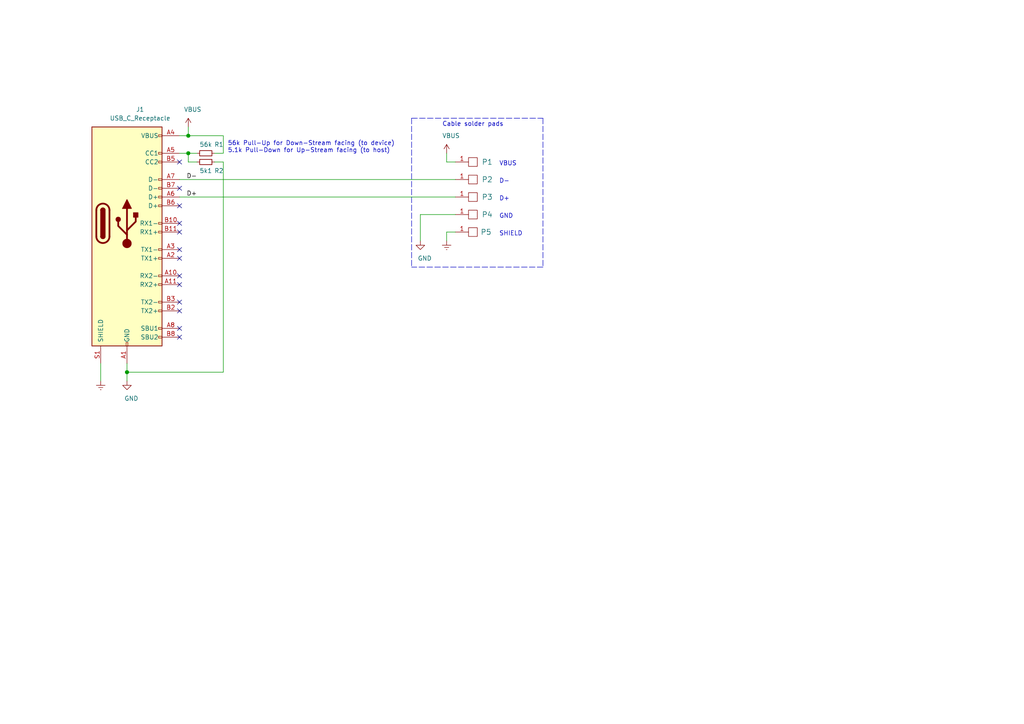
<source format=kicad_sch>
(kicad_sch (version 20201015) (generator eeschema)
  (page 1 1)
  (paper "A4")
  (lib_symbols
    (symbol "Connector:USB_C_Receptacle" (pin_names (offset 1.016))
      (property "Reference" "J" (at -10.16 29.21 0))
      (property "Value" "USB_C_Receptacle" (at 10.16 29.21 0))
      (symbol "USB_C_Receptacle_0_1"
        (arc (start -8.89 -3.81) (end -5.08 -3.81) (radius (at -6.985 -3.81) (length 1.905) (angles -179.9 -0.1)) (stroke (width 0.508)))
        (arc (start -7.62 -3.81) (end -6.35 -3.81) (radius (at -6.985 -3.81) (length 0.635) (angles -179.9 -0.1)) (stroke (width 0.254)))
        (arc (start -7.62 -3.81) (end -6.35 -3.81) (radius (at -6.985 -3.81) (length 0.635) (angles -179.9 -0.1)) (stroke (width 0.254)) (fill (type outline)))
        (arc (start -6.35 3.81) (end -7.62 3.81) (radius (at -6.985 3.81) (length 0.635) (angles 0.1 179.9)) (stroke (width 0.254)) (fill (type outline)))
        (arc (start -6.35 3.81) (end -7.62 3.81) (radius (at -6.985 3.81) (length 0.635) (angles 0.1 179.9)) (stroke (width 0.254)))
        (arc (start -5.08 3.81) (end -8.89 3.81) (radius (at -6.985 3.81) (length 1.905) (angles 0.1 179.9)) (stroke (width 0.508)))
        (rectangle (start -10.16 27.94) (end 10.16 -35.56) (stroke (width 0.254)) (fill (type background)))
        (rectangle (start -7.62 -3.81) (end -6.35 3.81) (stroke (width 0.254)) (fill (type outline)))
        (polyline (pts (xy -8.89 -3.81) (xy -8.89 3.81)) (stroke (width 0.508)))
        (polyline (pts (xy -5.08 3.81) (xy -5.08 -3.81)) (stroke (width 0.508)))
      )
      (symbol "USB_C_Receptacle_1_1"
        (circle (center -2.54 1.143) (radius 0.635) (stroke (width 0.254)) (fill (type outline)))
        (circle (center 0 -5.842) (radius 1.27) (fill (type outline)))
        (rectangle (start 1.905 1.778) (end 3.175 3.048) (stroke (width 0.254)) (fill (type outline)))
        (polyline (pts (xy 0 -5.842) (xy 0 4.318)) (stroke (width 0.508)))
        (polyline (pts (xy 0 -3.302) (xy -2.54 -0.762) (xy -2.54 0.508)) (stroke (width 0.508)))
        (polyline (pts (xy 0 -2.032) (xy 2.54 0.508) (xy 2.54 1.778)) (stroke (width 0.508)))
        (polyline (pts (xy -1.27 4.318) (xy 0 6.858) (xy 1.27 4.318) (xy -1.27 4.318)) (stroke (width 0.254)) (fill (type outline)))
        (pin passive line (at 0 -40.64 90) (length 5.08) (name "GND") (number "A1"))
        (pin bidirectional line (at 15.24 -15.24 180) (length 5.08) (name "RX2-") (number "A10"))
        (pin bidirectional line (at 15.24 -17.78 180) (length 5.08) (name "RX2+") (number "A11"))
        (pin passive line (at 0 -40.64 90) (length 5.08) hide (name "GND") (number "A12"))
        (pin bidirectional line (at 15.24 -10.16 180) (length 5.08) (name "TX1+") (number "A2"))
        (pin bidirectional line (at 15.24 -7.62 180) (length 5.08) (name "TX1-") (number "A3"))
        (pin passive line (at 15.24 25.4 180) (length 5.08) (name "VBUS") (number "A4"))
        (pin bidirectional line (at 15.24 20.32 180) (length 5.08) (name "CC1") (number "A5"))
        (pin bidirectional line (at 15.24 7.62 180) (length 5.08) (name "D+") (number "A6"))
        (pin bidirectional line (at 15.24 12.7 180) (length 5.08) (name "D-") (number "A7"))
        (pin bidirectional line (at 15.24 -30.48 180) (length 5.08) (name "SBU1") (number "A8"))
        (pin passive line (at 15.24 25.4 180) (length 5.08) hide (name "VBUS") (number "A9"))
        (pin passive line (at 0 -40.64 90) (length 5.08) hide (name "GND") (number "B1"))
        (pin bidirectional line (at 15.24 0 180) (length 5.08) (name "RX1-") (number "B10"))
        (pin bidirectional line (at 15.24 -2.54 180) (length 5.08) (name "RX1+") (number "B11"))
        (pin passive line (at 0 -40.64 90) (length 5.08) hide (name "GND") (number "B12"))
        (pin bidirectional line (at 15.24 -25.4 180) (length 5.08) (name "TX2+") (number "B2"))
        (pin bidirectional line (at 15.24 -22.86 180) (length 5.08) (name "TX2-") (number "B3"))
        (pin passive line (at 15.24 25.4 180) (length 5.08) hide (name "VBUS") (number "B4"))
        (pin bidirectional line (at 15.24 17.78 180) (length 5.08) (name "CC2") (number "B5"))
        (pin bidirectional line (at 15.24 5.08 180) (length 5.08) (name "D+") (number "B6"))
        (pin bidirectional line (at 15.24 10.16 180) (length 5.08) (name "D-") (number "B7"))
        (pin bidirectional line (at 15.24 -33.02 180) (length 5.08) (name "SBU2") (number "B8"))
        (pin passive line (at 15.24 25.4 180) (length 5.08) hide (name "VBUS") (number "B9"))
        (pin passive line (at -7.62 -40.64 90) (length 5.08) (name "SHIELD") (number "S1"))
      )
      (symbol "USB_C_Receptacle_0_0"
        (rectangle (start -0.254 -35.56) (end 0.254 -34.544))
        (rectangle (start 10.16 -32.766) (end 9.144 -33.274))
        (rectangle (start 10.16 -30.226) (end 9.144 -30.734))
        (rectangle (start 10.16 -25.146) (end 9.144 -25.654))
        (rectangle (start 10.16 -22.606) (end 9.144 -23.114))
        (rectangle (start 10.16 -17.526) (end 9.144 -18.034))
        (rectangle (start 10.16 -14.986) (end 9.144 -15.494))
        (rectangle (start 10.16 -9.906) (end 9.144 -10.414))
        (rectangle (start 10.16 -7.366) (end 9.144 -7.874))
        (rectangle (start 10.16 -2.286) (end 9.144 -2.794))
        (rectangle (start 10.16 0.254) (end 9.144 -0.254))
        (rectangle (start 10.16 5.334) (end 9.144 4.826))
        (rectangle (start 10.16 7.874) (end 9.144 7.366))
        (rectangle (start 10.16 10.414) (end 9.144 9.906))
        (rectangle (start 10.16 12.954) (end 9.144 12.446))
        (rectangle (start 10.16 18.034) (end 9.144 17.526))
        (rectangle (start 10.16 20.574) (end 9.144 20.066))
        (rectangle (start 10.16 25.654) (end 9.144 25.146))
      )
    )
    (symbol "pkl_device:pkl_R_Small" (pin_numbers hide) (pin_names (offset 0.254) hide)
      (property "Reference" "R" (at 0.762 0.508 0))
      (property "Value" "pkl_R_Small" (at 0.762 -1.016 0))
      (symbol "pkl_R_Small_0_1"
        (rectangle (start -0.762 1.778) (end 0.762 -1.778) (stroke (width 0.2032)))
      )
      (symbol "pkl_R_Small_1_1"
        (pin passive line (at 0 2.54 270) (length 0.762) (name "~") (number "1"))
        (pin passive line (at 0 -2.54 90) (length 0.762) (name "~") (number "2"))
      )
    )
    (symbol "pkl_misc:PAD_SMD" (pin_names (offset 1.016) hide)
      (property "Reference" "P" (at 0 -3.81 0))
      (property "Value" "PAD_SMD" (at 0 3.81 0))
      (symbol "PAD_SMD_0_1"
        (rectangle (start -1.27 1.27) (end 1.27 -1.27))
      )
      (symbol "PAD_SMD_1_1"
        (pin input line (at -5.08 0 0) (length 3.81) (name "PAD") (number "1"))
      )
    )
    (symbol "power:Earth" (power) (pin_names (offset 0))
      (symbol "Earth_0_1"
        (polyline (pts (xy -0.635 -1.905) (xy 0.635 -1.905)))
        (polyline (pts (xy -0.127 -2.54) (xy 0.127 -2.54)))
        (polyline (pts (xy 0 -1.27) (xy 0 0)))
        (polyline (pts (xy 1.27 -1.27) (xy -1.27 -1.27)))
      )
      (symbol "Earth_1_1"
        (pin power_in line (at 0 0 270) (length 0) hide (name "Earth") (number "1"))
      )
    )
    (symbol "power:GND" (power) (pin_names (offset 0))
      (property "Value" "GND" (at 0 -3.81 0))
      (symbol "GND_0_1"
        (polyline (pts (xy 0 0) (xy 0 -1.27) (xy 1.27 -1.27) (xy 0 -2.54) (xy -1.27 -1.27) (xy 0 -1.27)))
      )
      (symbol "GND_1_1"
        (pin power_in line (at 0 0 270) (length 0) hide (name "GND") (number "1"))
      )
    )
    (symbol "power:VBUS" (power) (pin_names (offset 0))
      (property "Value" "VBUS" (at 0 3.81 0))
      (symbol "VBUS_0_1"
        (polyline (pts (xy -0.762 1.27) (xy 0 2.54)))
        (polyline (pts (xy 0 0) (xy 0 2.54)))
        (polyline (pts (xy 0 2.54) (xy 0.762 1.27)))
      )
      (symbol "VBUS_1_1"
        (pin power_in line (at 0 0 90) (length 0) hide (name "VBUS") (number "1"))
      )
    )
  )
  (junction (at 36.83 107.95) (diameter 1.016))
  (junction (at 54.61 39.37) (diameter 1.016))
  (junction (at 54.61 44.45) (diameter 1.016))
  (no_connect (at 52.07 74.93))
  (no_connect (at 52.07 90.17))
  (no_connect (at 52.07 46.99))
  (no_connect (at 52.07 95.25))
  (no_connect (at 52.07 80.01))
  (no_connect (at 52.07 54.61))
  (no_connect (at 52.07 59.69))
  (no_connect (at 52.07 64.77))
  (no_connect (at 52.07 72.39))
  (no_connect (at 52.07 67.31))
  (no_connect (at 52.07 97.79))
  (no_connect (at 52.07 82.55))
  (no_connect (at 52.07 87.63))
  (wire (pts (xy 29.21 110.49) (xy 29.21 105.41)))
  (wire (pts (xy 36.83 107.95) (xy 36.83 105.41)))
  (wire (pts (xy 36.83 107.95) (xy 64.77 107.95)))
  (wire (pts (xy 36.83 110.49) (xy 36.83 107.95)))
  (wire (pts (xy 52.07 39.37) (xy 54.61 39.37)))
  (wire (pts (xy 52.07 44.45) (xy 54.61 44.45)))
  (wire (pts (xy 52.07 52.07) (xy 132.08 52.07)))
  (wire (pts (xy 52.07 57.15) (xy 132.08 57.15)))
  (wire (pts (xy 54.61 39.37) (xy 54.61 36.83)))
  (wire (pts (xy 54.61 39.37) (xy 64.77 39.37)))
  (wire (pts (xy 54.61 44.45) (xy 57.15 44.45)))
  (wire (pts (xy 54.61 46.99) (xy 54.61 44.45)))
  (wire (pts (xy 57.15 46.99) (xy 54.61 46.99)))
  (wire (pts (xy 62.23 44.45) (xy 64.77 44.45)))
  (wire (pts (xy 64.77 44.45) (xy 64.77 39.37)))
  (wire (pts (xy 64.77 46.99) (xy 62.23 46.99)))
  (wire (pts (xy 64.77 107.95) (xy 64.77 46.99)))
  (wire (pts (xy 121.92 62.23) (xy 121.92 69.85)))
  (wire (pts (xy 121.92 62.23) (xy 132.08 62.23)))
  (wire (pts (xy 129.54 46.99) (xy 129.54 44.45)))
  (wire (pts (xy 129.54 67.31) (xy 129.54 69.85)))
  (wire (pts (xy 129.54 67.31) (xy 132.08 67.31)))
  (wire (pts (xy 132.08 46.99) (xy 129.54 46.99)))
  (polyline (pts (xy 119.38 34.29) (xy 119.38 77.47)) (stroke (width 0) (type dash)))
  (polyline (pts (xy 119.38 34.29) (xy 157.48 34.29)) (stroke (width 0) (type dash)))
  (polyline (pts (xy 157.48 34.29) (xy 157.48 77.47)) (stroke (width 0) (type dash)))
  (polyline (pts (xy 157.48 77.47) (xy 119.38 77.47)) (stroke (width 0) (type dash)))
  (text "56k Pull-Up for Down-Stream facing (to device)\n5.1k Pull-Down for Up-Stream facing (to host)" (at 66.04 44.45 0) (effects (font (size 1.27 1.27)) (justify left bottom)))
  (text "Cable solder pads" (at 128.27 36.83 0) (effects (font (size 1.27 1.27)) (justify left bottom)))
  (text "VBUS" (at 144.78 48.26 0) (effects (font (size 1.27 1.27)) (justify left bottom)))
  (text "D-" (at 144.78 53.34 0) (effects (font (size 1.27 1.27)) (justify left bottom)))
  (text "D+" (at 144.78 58.42 0) (effects (font (size 1.27 1.27)) (justify left bottom)))
  (text "GND" (at 144.78 63.5 0) (effects (font (size 1.27 1.27)) (justify left bottom)))
  (text "SHIELD" (at 144.78 68.58 0) (effects (font (size 1.27 1.27)) (justify left bottom)))
  (label "D-" (at 57.15 52.07 180))
  (label "D+" (at 57.15 57.15 180))
  (symbol (lib_id "power:VBUS") (at 54.61 36.83 0) (unit 1)
    (property "Reference" "#PWR0103" (effects hide))
    (property "Value" "VBUS" (at 55.88 31.75 0))
  )
  (symbol (lib_id "power:VBUS") (at 129.54 44.45 0) (unit 1)
    (property "Reference" "#PWR0104" (effects hide))
    (property "Value" "VBUS" (at 130.81 39.37 0))
  )
  (symbol (lib_id "power:Earth") (at 29.21 110.49 0) (unit 1)
    (property "Reference" "#PWR0101" (effects hide))
    (property "Value" "Earth" (effects hide))
  )
  (symbol (lib_id "power:GND") (at 36.83 110.49 0) (unit 1)
    (property "Reference" "#PWR0102" (effects hide))
    (property "Value" "GND" (at 38.1 115.57 0))
  )
  (symbol (lib_id "power:GND") (at 121.92 69.85 0) (unit 1)
    (property "Reference" "#PWR0106" (effects hide))
    (property "Value" "GND" (at 123.19 74.93 0))
  )
  (symbol (lib_id "power:Earth") (at 129.54 69.85 0) (unit 1)
    (property "Reference" "#PWR0105" (effects hide))
    (property "Value" "Earth" (effects hide))
  )
  (symbol (lib_id "pkl_device:pkl_R_Small") (at 59.69 44.45 90) (unit 1)
    (property "Reference" "R1" (at 63.5 41.91 90))
    (property "Value" "56k" (at 59.69 41.91 90))
    (property "Footprint" "pkl_dipol:R_0402" (effects hide))
  )
  (symbol (lib_id "pkl_device:pkl_R_Small") (at 59.69 46.99 90) (unit 1)
    (property "Reference" "R2" (at 63.5 49.53 90))
    (property "Value" "5k1" (at 59.69 49.53 90))
    (property "Footprint" "pkl_dipol:R_0402" (effects hide))
  )
  (symbol (lib_id "pkl_misc:PAD_SMD") (at 137.16 46.99 0) (unit 1)
    (property "Reference" "P1" (at 139.7 46.99 0) (effects (font (size 1.524 1.524)) (justify left)))
    (property "Value" "PAD_SMD" (effects hide))
    (property "Footprint" "pkl_pads:PAD_SMD_1.2x2.5" (effects hide))
  )
  (symbol (lib_id "pkl_misc:PAD_SMD") (at 137.16 52.07 0) (unit 1)
    (property "Reference" "P2" (at 139.7 52.07 0) (effects (font (size 1.524 1.524)) (justify left)))
    (property "Value" "PAD_SMD" (effects hide))
    (property "Footprint" "pkl_pads:PAD_SMD_1.2x2.5" (effects hide))
  )
  (symbol (lib_id "pkl_misc:PAD_SMD") (at 137.16 57.15 0) (unit 1)
    (property "Reference" "P3" (at 139.7 57.15 0) (effects (font (size 1.524 1.524)) (justify left)))
    (property "Value" "PAD_SMD" (effects hide))
    (property "Footprint" "pkl_pads:PAD_SMD_1.2x2.5" (effects hide))
  )
  (symbol (lib_id "pkl_misc:PAD_SMD") (at 137.16 62.23 0) (unit 1)
    (property "Reference" "P4" (at 139.7 62.23 0) (effects (font (size 1.524 1.524)) (justify left)))
    (property "Value" "PAD_SMD" (effects hide))
    (property "Footprint" "pkl_pads:PAD_SMD_1.2x2.5" (effects hide))
  )
  (symbol (lib_id "pkl_misc:PAD_SMD") (at 137.16 67.31 0) (unit 1)
    (property "Reference" "P5" (at 140.97 67.31 0) (effects (font (size 1.524 1.524))))
    (property "Value" "PAD_SMD" (effects hide))
    (property "Footprint" "pkl_pads:PAD_SMD_1.2x2.5" (effects hide))
  )
  (symbol (lib_id "Connector:USB_C_Receptacle") (at 36.83 64.77 0) (unit 1)
    (property "Reference" "J1" (at 40.64 31.75 0))
    (property "Value" "USB_C_Receptacle" (at 40.64 34.29 0))
    (property "Footprint" "pkl_connectors:USB_C_Plug_CNC_C-AW10-AK5V50" (effects hide))
    (property "Datasheet" "https://www.usb.org/sites/default/files/documents/usb_type-c.zip" (effects hide))
  )
)
</source>
